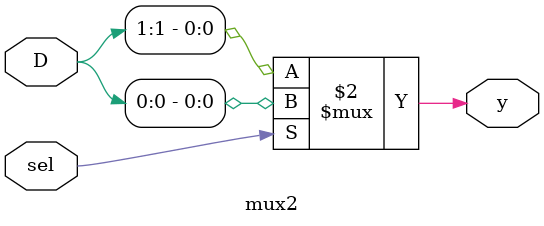
<source format=v>
module mux2(
    input [1:0] D,
    input sel, 
    output y 
);

assign y = !sel ? D[1] : D[0];

endmodule
</source>
